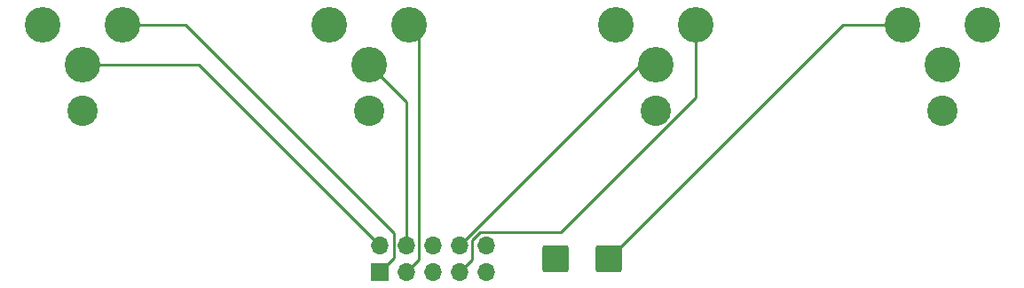
<source format=gbr>
%TF.GenerationSoftware,KiCad,Pcbnew,7.0.6*%
%TF.CreationDate,2023-11-23T12:55:46+01:00*%
%TF.ProjectId,xlrmale,786c726d-616c-4652-9e6b-696361645f70,1*%
%TF.SameCoordinates,Original*%
%TF.FileFunction,Copper,L1,Top*%
%TF.FilePolarity,Positive*%
%FSLAX46Y46*%
G04 Gerber Fmt 4.6, Leading zero omitted, Abs format (unit mm)*
G04 Created by KiCad (PCBNEW 7.0.6) date 2023-11-23 12:55:46*
%MOMM*%
%LPD*%
G01*
G04 APERTURE LIST*
G04 Aperture macros list*
%AMRoundRect*
0 Rectangle with rounded corners*
0 $1 Rounding radius*
0 $2 $3 $4 $5 $6 $7 $8 $9 X,Y pos of 4 corners*
0 Add a 4 corners polygon primitive as box body*
4,1,4,$2,$3,$4,$5,$6,$7,$8,$9,$2,$3,0*
0 Add four circle primitives for the rounded corners*
1,1,$1+$1,$2,$3*
1,1,$1+$1,$4,$5*
1,1,$1+$1,$6,$7*
1,1,$1+$1,$8,$9*
0 Add four rect primitives between the rounded corners*
20,1,$1+$1,$2,$3,$4,$5,0*
20,1,$1+$1,$4,$5,$6,$7,0*
20,1,$1+$1,$6,$7,$8,$9,0*
20,1,$1+$1,$8,$9,$2,$3,0*%
G04 Aperture macros list end*
%TA.AperFunction,ComponentPad*%
%ADD10C,3.400000*%
%TD*%
%TA.AperFunction,ComponentPad*%
%ADD11C,2.900000*%
%TD*%
%TA.AperFunction,ComponentPad*%
%ADD12RoundRect,0.249999X-1.025001X-1.025001X1.025001X-1.025001X1.025001X1.025001X-1.025001X1.025001X0*%
%TD*%
%TA.AperFunction,ComponentPad*%
%ADD13R,1.700000X1.700000*%
%TD*%
%TA.AperFunction,ComponentPad*%
%ADD14O,1.700000X1.700000*%
%TD*%
%TA.AperFunction,Conductor*%
%ADD15C,0.250000*%
%TD*%
G04 APERTURE END LIST*
D10*
%TO.P,J14,1*%
%TO.N,N/C*%
X124460000Y-91948000D03*
%TO.P,J14,2*%
X132080000Y-91948000D03*
%TO.P,J14,3*%
X128270000Y-95758000D03*
D11*
%TO.P,J14,G*%
X128270000Y-100203000D03*
%TD*%
D12*
%TO.P,J2,1,Pin_1*%
%TO.N,N/C*%
X151130000Y-114300000D03*
%TD*%
D10*
%TO.P,J13,1*%
%TO.N,N/C*%
X97110000Y-91948000D03*
%TO.P,J13,2*%
X104730000Y-91948000D03*
%TO.P,J13,3*%
X100920000Y-95758000D03*
D11*
%TO.P,J13,G*%
X100920000Y-100203000D03*
%TD*%
D13*
%TO.P,J31,1,Pin_1*%
%TO.N,N/C*%
X129316000Y-115590000D03*
D14*
%TO.P,J31,2,Pin_2*%
X129316000Y-113050000D03*
%TO.P,J31,3,Pin_3*%
X131856000Y-115590000D03*
%TO.P,J31,4,Pin_4*%
X131856000Y-113050000D03*
%TO.P,J31,5,Pin_5*%
X134396000Y-115590000D03*
%TO.P,J31,6,Pin_6*%
X134396000Y-113050000D03*
%TO.P,J31,7,Pin_7*%
X136936000Y-115590000D03*
%TO.P,J31,8,Pin_8*%
X136936000Y-113050000D03*
%TO.P,J31,9,Pin_9*%
X139476000Y-115590000D03*
%TO.P,J31,10,Pin_10*%
X139476000Y-113050000D03*
%TD*%
D12*
%TO.P,J34,1,Pin_1*%
%TO.N,N/C*%
X146050000Y-114300000D03*
%TD*%
D10*
%TO.P,J16,1*%
%TO.N,N/C*%
X179160000Y-91948000D03*
%TO.P,J16,2*%
X186780000Y-91948000D03*
%TO.P,J16,3*%
X182970000Y-95758000D03*
D11*
%TO.P,J16,G*%
X182970000Y-100203000D03*
%TD*%
D10*
%TO.P,J15,1*%
%TO.N,N/C*%
X151810000Y-91948000D03*
%TO.P,J15,2*%
X159430000Y-91948000D03*
%TO.P,J15,3*%
X155620000Y-95758000D03*
D11*
%TO.P,J15,G*%
X155620000Y-100203000D03*
%TD*%
D15*
%TO.N,*%
X173482000Y-91948000D02*
X151130000Y-114300000D01*
X179160000Y-91948000D02*
X173482000Y-91948000D01*
X128270000Y-95758000D02*
X131856000Y-99344000D01*
X138111000Y-114415000D02*
X136936000Y-115590000D01*
X146573230Y-111760000D02*
X138862396Y-111760000D01*
X138111000Y-112511396D02*
X138111000Y-114415000D01*
X159430000Y-98903230D02*
X146573230Y-111760000D01*
X159430000Y-91948000D02*
X159430000Y-98903230D01*
X112024000Y-95758000D02*
X129316000Y-113050000D01*
X133031000Y-114415000D02*
X131856000Y-115590000D01*
X104730000Y-91948000D02*
X110744000Y-91948000D01*
X131856000Y-99344000D02*
X131856000Y-113050000D01*
X133031000Y-92899000D02*
X133031000Y-114415000D01*
X132080000Y-91948000D02*
X133031000Y-92899000D01*
X100920000Y-95758000D02*
X112024000Y-95758000D01*
X130681000Y-114225000D02*
X129316000Y-115590000D01*
X130681000Y-111885000D02*
X130681000Y-114225000D01*
X110744000Y-91948000D02*
X130681000Y-111885000D01*
X154228000Y-95758000D02*
X136936000Y-113050000D01*
X155620000Y-95758000D02*
X154228000Y-95758000D01*
X138862396Y-111760000D02*
X138111000Y-112511396D01*
%TD*%
M02*

</source>
